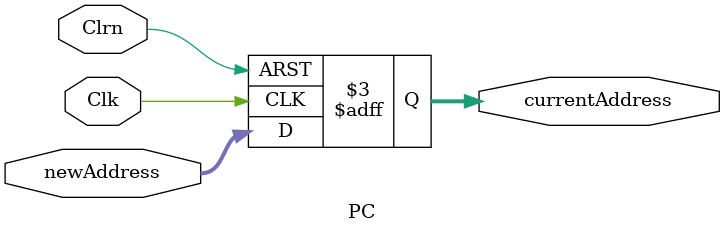
<source format=v>
`timescale 1ns / 1ps


module PC(Clk,Clrn,newAddress,currentAddress);

    input Clk;                         // Ê±ÖÓ
    input Clrn;                         //ÇåÁã¶Ë
    input  [31:0] newAddress;           // ÐÂÖ¸Áî
    output reg [31:0] currentAddress;    // µ±Ç°Ö¸Áî
always@(posedge Clk or negedge Clrn )//µ±Ê±ÖÓÐÅºÅ´¦ÓÚÉÏÉýÑØ»òÕßÇåÁã¶Ë´¦ÓÚÏÂ½µÑØµÄµÄÊ±ºò

if(Clrn==0)  begin currentAddress <= 0; 
end else begin
currentAddress<= newAddress;
end
endmodule

</source>
